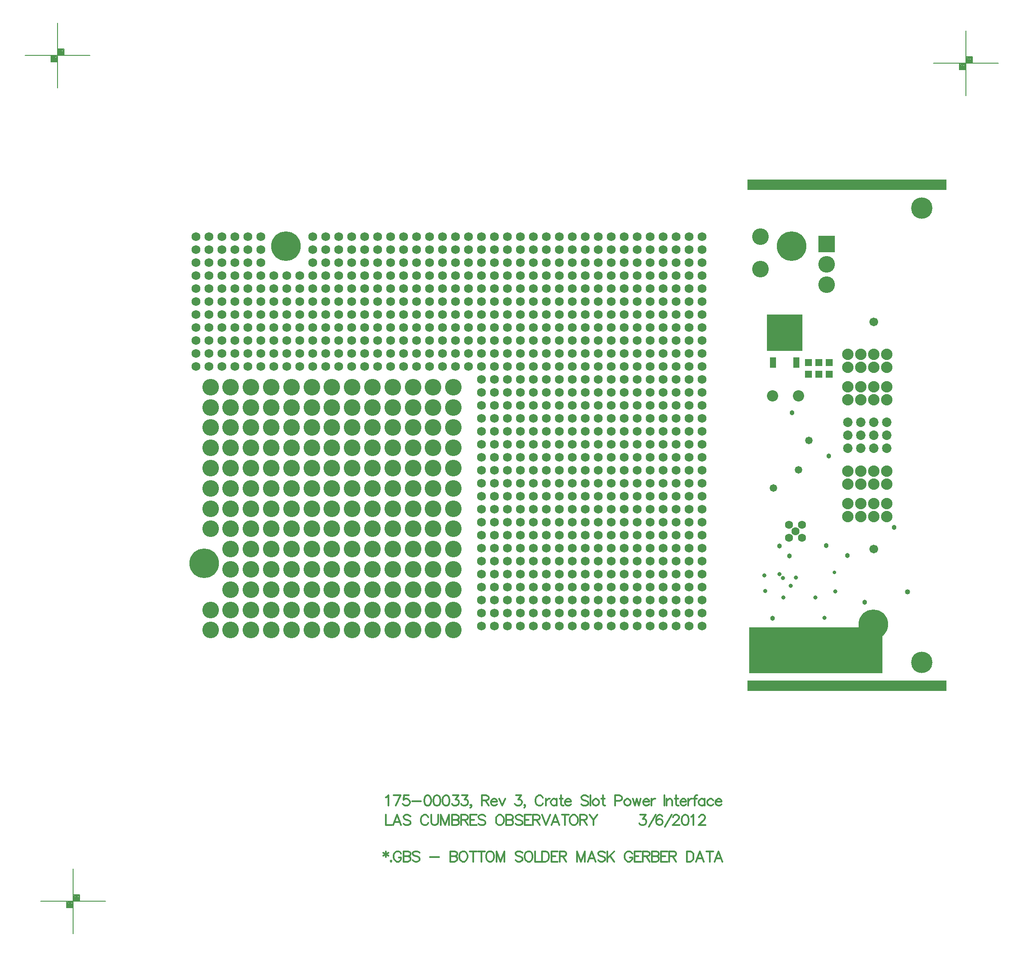
<source format=gbs>
%FSLAX23Y23*%
%MOIN*%
G70*
G01*
G75*
G04 Layer_Color=16711935*
%ADD10R,0.036X0.036*%
%ADD11R,0.050X0.050*%
%ADD12R,0.070X0.135*%
%ADD13R,0.059X0.039*%
%ADD14O,0.014X0.067*%
%ADD15R,0.135X0.070*%
%ADD16O,0.024X0.079*%
%ADD17C,0.010*%
%ADD18C,0.020*%
%ADD19C,0.050*%
%ADD20C,0.040*%
%ADD21C,0.012*%
%ADD22R,1.537X0.079*%
%ADD23R,0.221X0.226*%
%ADD24R,0.221X0.236*%
%ADD25C,0.008*%
%ADD26C,0.012*%
%ADD27C,0.012*%
%ADD28C,0.220*%
%ADD29C,0.120*%
%ADD30C,0.060*%
%ADD31R,0.120X0.120*%
%ADD32C,0.055*%
%ADD33C,0.080*%
%ADD34C,0.065*%
%ADD35C,0.059*%
%ADD36C,0.079*%
%ADD37C,0.157*%
%ADD38C,0.020*%
%ADD39C,0.030*%
%ADD40C,0.050*%
%ADD41C,0.024*%
%ADD42C,0.032*%
%ADD43C,0.206*%
%ADD44C,0.110*%
%ADD45C,0.076*%
%ADD46C,0.073*%
%ADD47C,0.092*%
%ADD48C,0.190*%
%ADD49C,0.087*%
%ADD50C,0.055*%
%ADD51C,0.068*%
%ADD52R,0.268X0.272*%
%ADD53R,0.037X0.075*%
%ADD54C,0.007*%
%ADD55R,0.221X0.246*%
%ADD56R,0.221X0.217*%
%ADD57C,0.010*%
%ADD58C,0.010*%
%ADD59C,0.024*%
%ADD60C,0.005*%
%ADD61C,0.039*%
%ADD62C,0.006*%
%ADD63C,0.007*%
%ADD64C,0.008*%
%ADD65R,0.239X0.139*%
%ADD66R,1.535X0.079*%
%ADD67R,0.044X0.044*%
%ADD68R,0.058X0.058*%
%ADD69R,0.078X0.143*%
%ADD70R,0.067X0.047*%
%ADD71O,0.022X0.075*%
%ADD72R,0.143X0.078*%
%ADD73O,0.032X0.087*%
%ADD74C,0.228*%
%ADD75C,0.128*%
%ADD76R,0.128X0.128*%
%ADD77C,0.063*%
%ADD78C,0.088*%
%ADD79C,0.073*%
%ADD80C,0.067*%
%ADD81C,0.087*%
%ADD82C,0.165*%
%ADD83C,0.028*%
%ADD84C,0.038*%
%ADD85C,0.058*%
%ADD86C,0.040*%
%ADD87R,1.028X0.354*%
%ADD88R,1.532X0.079*%
%ADD89R,0.276X0.280*%
%ADD90R,0.045X0.083*%
D21*
X22029Y14083D02*
Y14037D01*
X22010Y14072D02*
X22048Y14049D01*
Y14072D02*
X22010Y14049D01*
X22069Y14011D02*
X22065Y14007D01*
X22069Y14003D01*
X22072Y14007D01*
X22069Y14011D01*
X22147Y14064D02*
X22143Y14072D01*
X22136Y14079D01*
X22128Y14083D01*
X22113D01*
X22105Y14079D01*
X22098Y14072D01*
X22094Y14064D01*
X22090Y14053D01*
Y14034D01*
X22094Y14022D01*
X22098Y14015D01*
X22105Y14007D01*
X22113Y14003D01*
X22128D01*
X22136Y14007D01*
X22143Y14015D01*
X22147Y14022D01*
Y14034D01*
X22128D02*
X22147D01*
X22165Y14083D02*
Y14003D01*
Y14083D02*
X22200D01*
X22211Y14079D01*
X22215Y14075D01*
X22219Y14068D01*
Y14060D01*
X22215Y14053D01*
X22211Y14049D01*
X22200Y14045D01*
X22165D02*
X22200D01*
X22211Y14041D01*
X22215Y14037D01*
X22219Y14030D01*
Y14018D01*
X22215Y14011D01*
X22211Y14007D01*
X22200Y14003D01*
X22165D01*
X22290Y14072D02*
X22282Y14079D01*
X22271Y14083D01*
X22256D01*
X22244Y14079D01*
X22237Y14072D01*
Y14064D01*
X22240Y14056D01*
X22244Y14053D01*
X22252Y14049D01*
X22275Y14041D01*
X22282Y14037D01*
X22286Y14034D01*
X22290Y14026D01*
Y14015D01*
X22282Y14007D01*
X22271Y14003D01*
X22256D01*
X22244Y14007D01*
X22237Y14015D01*
X22371Y14037D02*
X22439D01*
X22526Y14083D02*
Y14003D01*
Y14083D02*
X22560D01*
X22571Y14079D01*
X22575Y14075D01*
X22579Y14068D01*
Y14060D01*
X22575Y14053D01*
X22571Y14049D01*
X22560Y14045D01*
X22526D02*
X22560D01*
X22571Y14041D01*
X22575Y14037D01*
X22579Y14030D01*
Y14018D01*
X22575Y14011D01*
X22571Y14007D01*
X22560Y14003D01*
X22526D01*
X22620Y14083D02*
X22612Y14079D01*
X22604Y14072D01*
X22601Y14064D01*
X22597Y14053D01*
Y14034D01*
X22601Y14022D01*
X22604Y14015D01*
X22612Y14007D01*
X22620Y14003D01*
X22635D01*
X22643Y14007D01*
X22650Y14015D01*
X22654Y14022D01*
X22658Y14034D01*
Y14053D01*
X22654Y14064D01*
X22650Y14072D01*
X22643Y14079D01*
X22635Y14083D01*
X22620D01*
X22703D02*
Y14003D01*
X22676Y14083D02*
X22730D01*
X22766D02*
Y14003D01*
X22739Y14083D02*
X22793D01*
X22825D02*
X22817Y14079D01*
X22810Y14072D01*
X22806Y14064D01*
X22802Y14053D01*
Y14034D01*
X22806Y14022D01*
X22810Y14015D01*
X22817Y14007D01*
X22825Y14003D01*
X22840D01*
X22848Y14007D01*
X22855Y14015D01*
X22859Y14022D01*
X22863Y14034D01*
Y14053D01*
X22859Y14064D01*
X22855Y14072D01*
X22848Y14079D01*
X22840Y14083D01*
X22825D01*
X22882D02*
Y14003D01*
Y14083D02*
X22912Y14003D01*
X22943Y14083D02*
X22912Y14003D01*
X22943Y14083D02*
Y14003D01*
X23082Y14072D02*
X23074Y14079D01*
X23063Y14083D01*
X23047D01*
X23036Y14079D01*
X23028Y14072D01*
Y14064D01*
X23032Y14056D01*
X23036Y14053D01*
X23044Y14049D01*
X23066Y14041D01*
X23074Y14037D01*
X23078Y14034D01*
X23082Y14026D01*
Y14015D01*
X23074Y14007D01*
X23063Y14003D01*
X23047D01*
X23036Y14007D01*
X23028Y14015D01*
X23122Y14083D02*
X23115Y14079D01*
X23107Y14072D01*
X23103Y14064D01*
X23100Y14053D01*
Y14034D01*
X23103Y14022D01*
X23107Y14015D01*
X23115Y14007D01*
X23122Y14003D01*
X23138D01*
X23145Y14007D01*
X23153Y14015D01*
X23157Y14022D01*
X23161Y14034D01*
Y14053D01*
X23157Y14064D01*
X23153Y14072D01*
X23145Y14079D01*
X23138Y14083D01*
X23122D01*
X23179D02*
Y14003D01*
X23225D01*
X23234Y14083D02*
Y14003D01*
Y14083D02*
X23260D01*
X23272Y14079D01*
X23279Y14072D01*
X23283Y14064D01*
X23287Y14053D01*
Y14034D01*
X23283Y14022D01*
X23279Y14015D01*
X23272Y14007D01*
X23260Y14003D01*
X23234D01*
X23354Y14083D02*
X23305D01*
Y14003D01*
X23354D01*
X23305Y14045D02*
X23335D01*
X23368Y14083D02*
Y14003D01*
Y14083D02*
X23402D01*
X23413Y14079D01*
X23417Y14075D01*
X23421Y14068D01*
Y14060D01*
X23417Y14053D01*
X23413Y14049D01*
X23402Y14045D01*
X23368D01*
X23394D02*
X23421Y14003D01*
X23502Y14083D02*
Y14003D01*
Y14083D02*
X23532Y14003D01*
X23563Y14083D02*
X23532Y14003D01*
X23563Y14083D02*
Y14003D01*
X23647D02*
X23616Y14083D01*
X23586Y14003D01*
X23597Y14030D02*
X23635D01*
X23719Y14072D02*
X23711Y14079D01*
X23699Y14083D01*
X23684D01*
X23673Y14079D01*
X23665Y14072D01*
Y14064D01*
X23669Y14056D01*
X23673Y14053D01*
X23680Y14049D01*
X23703Y14041D01*
X23711Y14037D01*
X23715Y14034D01*
X23719Y14026D01*
Y14015D01*
X23711Y14007D01*
X23699Y14003D01*
X23684D01*
X23673Y14007D01*
X23665Y14015D01*
X23736Y14083D02*
Y14003D01*
X23790Y14083D02*
X23736Y14030D01*
X23755Y14049D02*
X23790Y14003D01*
X23928Y14064D02*
X23924Y14072D01*
X23916Y14079D01*
X23909Y14083D01*
X23893D01*
X23886Y14079D01*
X23878Y14072D01*
X23874Y14064D01*
X23870Y14053D01*
Y14034D01*
X23874Y14022D01*
X23878Y14015D01*
X23886Y14007D01*
X23893Y14003D01*
X23909D01*
X23916Y14007D01*
X23924Y14015D01*
X23928Y14022D01*
Y14034D01*
X23909D02*
X23928D01*
X23995Y14083D02*
X23946D01*
Y14003D01*
X23995D01*
X23946Y14045D02*
X23976D01*
X24009Y14083D02*
Y14003D01*
Y14083D02*
X24043D01*
X24054Y14079D01*
X24058Y14075D01*
X24062Y14068D01*
Y14060D01*
X24058Y14053D01*
X24054Y14049D01*
X24043Y14045D01*
X24009D01*
X24035D02*
X24062Y14003D01*
X24080Y14083D02*
Y14003D01*
Y14083D02*
X24114D01*
X24126Y14079D01*
X24129Y14075D01*
X24133Y14068D01*
Y14060D01*
X24129Y14053D01*
X24126Y14049D01*
X24114Y14045D01*
X24080D02*
X24114D01*
X24126Y14041D01*
X24129Y14037D01*
X24133Y14030D01*
Y14018D01*
X24129Y14011D01*
X24126Y14007D01*
X24114Y14003D01*
X24080D01*
X24201Y14083D02*
X24151D01*
Y14003D01*
X24201D01*
X24151Y14045D02*
X24182D01*
X24214Y14083D02*
Y14003D01*
Y14083D02*
X24248D01*
X24260Y14079D01*
X24264Y14075D01*
X24267Y14068D01*
Y14060D01*
X24264Y14053D01*
X24260Y14049D01*
X24248Y14045D01*
X24214D01*
X24241D02*
X24267Y14003D01*
X24348Y14083D02*
Y14003D01*
Y14083D02*
X24375D01*
X24386Y14079D01*
X24394Y14072D01*
X24398Y14064D01*
X24401Y14053D01*
Y14034D01*
X24398Y14022D01*
X24394Y14015D01*
X24386Y14007D01*
X24375Y14003D01*
X24348D01*
X24480D02*
X24450Y14083D01*
X24419Y14003D01*
X24431Y14030D02*
X24469D01*
X24526Y14083D02*
Y14003D01*
X24499Y14083D02*
X24552D01*
X24623Y14003D02*
X24592Y14083D01*
X24562Y14003D01*
X24573Y14030D02*
X24611D01*
D25*
X19518Y20239D02*
X19528D01*
Y20234D02*
Y20244D01*
X19518Y20234D02*
X19528D01*
X19518D02*
Y20244D01*
X19528D01*
X19533Y20229D02*
Y20244D01*
X19513Y20229D02*
X19533D01*
X19513D02*
Y20249D01*
X19533D01*
X19538Y20224D02*
Y20249D01*
X19508Y20224D02*
X19538D01*
X19508D02*
Y20254D01*
X19538D01*
X19543Y20219D02*
Y20259D01*
X19503Y20219D02*
X19543D01*
X19503D02*
Y20259D01*
X19543D01*
X19468Y20189D02*
X19478D01*
Y20184D02*
Y20194D01*
X19468Y20184D02*
X19478D01*
X19468D02*
Y20194D01*
X19478D01*
X19483Y20179D02*
Y20194D01*
X19463Y20179D02*
X19483D01*
X19463D02*
Y20199D01*
X19483D01*
X19488Y20174D02*
Y20199D01*
X19458Y20174D02*
X19488D01*
X19458D02*
Y20204D01*
X19488D01*
X19493Y20169D02*
Y20209D01*
X19453Y20169D02*
X19493D01*
X19453D02*
Y20209D01*
X19493D01*
X19448Y20164D02*
X19498D01*
X19448D02*
Y20214D01*
X19498Y20264D02*
X19548D01*
Y20214D02*
Y20264D01*
X19498Y19964D02*
Y20464D01*
X19248Y20214D02*
X19748D01*
X19641Y13723D02*
X19651D01*
Y13718D02*
Y13728D01*
X19641Y13718D02*
X19651D01*
X19641D02*
Y13728D01*
X19651D01*
X19656Y13713D02*
Y13728D01*
X19636Y13713D02*
X19656D01*
X19636D02*
Y13733D01*
X19656D01*
X19661Y13708D02*
Y13733D01*
X19631Y13708D02*
X19661D01*
X19631D02*
Y13738D01*
X19661D01*
X19666Y13703D02*
Y13743D01*
X19626Y13703D02*
X19666D01*
X19626D02*
Y13743D01*
X19666D01*
X19591Y13673D02*
X19601D01*
Y13668D02*
Y13678D01*
X19591Y13668D02*
X19601D01*
X19591D02*
Y13678D01*
X19601D01*
X19606Y13663D02*
Y13678D01*
X19586Y13663D02*
X19606D01*
X19586D02*
Y13683D01*
X19606D01*
X19611Y13658D02*
Y13683D01*
X19581Y13658D02*
X19611D01*
X19581D02*
Y13688D01*
X19611D01*
X19616Y13653D02*
Y13693D01*
X19576Y13653D02*
X19616D01*
X19576D02*
Y13693D01*
X19616D01*
X19571Y13648D02*
X19621D01*
X19571D02*
Y13698D01*
X19621Y13748D02*
X19671D01*
Y13698D02*
Y13748D01*
X19621Y13448D02*
Y13948D01*
X19371Y13698D02*
X19871D01*
X26519Y20181D02*
X26529D01*
Y20176D02*
Y20186D01*
X26519Y20176D02*
X26529D01*
X26519D02*
Y20186D01*
X26529D01*
X26534Y20171D02*
Y20186D01*
X26514Y20171D02*
X26534D01*
X26514D02*
Y20191D01*
X26534D01*
X26539Y20166D02*
Y20191D01*
X26509Y20166D02*
X26539D01*
X26509D02*
Y20196D01*
X26539D01*
X26544Y20161D02*
Y20201D01*
X26504Y20161D02*
X26544D01*
X26504D02*
Y20201D01*
X26544D01*
X26469Y20131D02*
X26479D01*
Y20126D02*
Y20136D01*
X26469Y20126D02*
X26479D01*
X26469D02*
Y20136D01*
X26479D01*
X26484Y20121D02*
Y20136D01*
X26464Y20121D02*
X26484D01*
X26464D02*
Y20141D01*
X26484D01*
X26489Y20116D02*
Y20141D01*
X26459Y20116D02*
X26489D01*
X26459D02*
Y20146D01*
X26489D01*
X26494Y20111D02*
Y20151D01*
X26454Y20111D02*
X26494D01*
X26454D02*
Y20151D01*
X26494D01*
X26449Y20106D02*
X26499D01*
X26449D02*
Y20156D01*
X26499Y20206D02*
X26549D01*
Y20156D02*
Y20206D01*
X26499Y19906D02*
Y20406D01*
X26249Y20156D02*
X26749D01*
D26*
X22031Y14364D02*
Y14284D01*
X22077D01*
X22147D02*
X22116Y14364D01*
X22086Y14284D01*
X22097Y14310D02*
X22135D01*
X22219Y14352D02*
X22211Y14360D01*
X22200Y14364D01*
X22184D01*
X22173Y14360D01*
X22165Y14352D01*
Y14345D01*
X22169Y14337D01*
X22173Y14333D01*
X22181Y14329D01*
X22204Y14322D01*
X22211Y14318D01*
X22215Y14314D01*
X22219Y14307D01*
Y14295D01*
X22211Y14287D01*
X22200Y14284D01*
X22184D01*
X22173Y14287D01*
X22165Y14295D01*
X22357Y14345D02*
X22353Y14352D01*
X22345Y14360D01*
X22338Y14364D01*
X22322D01*
X22315Y14360D01*
X22307Y14352D01*
X22303Y14345D01*
X22299Y14333D01*
Y14314D01*
X22303Y14303D01*
X22307Y14295D01*
X22315Y14287D01*
X22322Y14284D01*
X22338D01*
X22345Y14287D01*
X22353Y14295D01*
X22357Y14303D01*
X22379Y14364D02*
Y14307D01*
X22383Y14295D01*
X22391Y14287D01*
X22402Y14284D01*
X22410D01*
X22421Y14287D01*
X22429Y14295D01*
X22432Y14307D01*
Y14364D01*
X22454D02*
Y14284D01*
Y14364D02*
X22485Y14284D01*
X22515Y14364D02*
X22485Y14284D01*
X22515Y14364D02*
Y14284D01*
X22538Y14364D02*
Y14284D01*
Y14364D02*
X22573D01*
X22584Y14360D01*
X22588Y14356D01*
X22592Y14348D01*
Y14341D01*
X22588Y14333D01*
X22584Y14329D01*
X22573Y14326D01*
X22538D02*
X22573D01*
X22584Y14322D01*
X22588Y14318D01*
X22592Y14310D01*
Y14299D01*
X22588Y14291D01*
X22584Y14287D01*
X22573Y14284D01*
X22538D01*
X22610Y14364D02*
Y14284D01*
Y14364D02*
X22644D01*
X22655Y14360D01*
X22659Y14356D01*
X22663Y14348D01*
Y14341D01*
X22659Y14333D01*
X22655Y14329D01*
X22644Y14326D01*
X22610D01*
X22636D02*
X22663Y14284D01*
X22730Y14364D02*
X22681D01*
Y14284D01*
X22730D01*
X22681Y14326D02*
X22711D01*
X22797Y14352D02*
X22789Y14360D01*
X22778Y14364D01*
X22763D01*
X22751Y14360D01*
X22744Y14352D01*
Y14345D01*
X22747Y14337D01*
X22751Y14333D01*
X22759Y14329D01*
X22782Y14322D01*
X22789Y14318D01*
X22793Y14314D01*
X22797Y14307D01*
Y14295D01*
X22789Y14287D01*
X22778Y14284D01*
X22763D01*
X22751Y14287D01*
X22744Y14295D01*
X22900Y14364D02*
X22893Y14360D01*
X22885Y14352D01*
X22881Y14345D01*
X22878Y14333D01*
Y14314D01*
X22881Y14303D01*
X22885Y14295D01*
X22893Y14287D01*
X22900Y14284D01*
X22916D01*
X22923Y14287D01*
X22931Y14295D01*
X22935Y14303D01*
X22939Y14314D01*
Y14333D01*
X22935Y14345D01*
X22931Y14352D01*
X22923Y14360D01*
X22916Y14364D01*
X22900D01*
X22957D02*
Y14284D01*
Y14364D02*
X22992D01*
X23003Y14360D01*
X23007Y14356D01*
X23011Y14348D01*
Y14341D01*
X23007Y14333D01*
X23003Y14329D01*
X22992Y14326D01*
X22957D02*
X22992D01*
X23003Y14322D01*
X23007Y14318D01*
X23011Y14310D01*
Y14299D01*
X23007Y14291D01*
X23003Y14287D01*
X22992Y14284D01*
X22957D01*
X23082Y14352D02*
X23074Y14360D01*
X23063Y14364D01*
X23048D01*
X23036Y14360D01*
X23028Y14352D01*
Y14345D01*
X23032Y14337D01*
X23036Y14333D01*
X23044Y14329D01*
X23067Y14322D01*
X23074Y14318D01*
X23078Y14314D01*
X23082Y14307D01*
Y14295D01*
X23074Y14287D01*
X23063Y14284D01*
X23048D01*
X23036Y14287D01*
X23028Y14295D01*
X23149Y14364D02*
X23100D01*
Y14284D01*
X23149D01*
X23100Y14326D02*
X23130D01*
X23163Y14364D02*
Y14284D01*
Y14364D02*
X23197D01*
X23208Y14360D01*
X23212Y14356D01*
X23216Y14348D01*
Y14341D01*
X23212Y14333D01*
X23208Y14329D01*
X23197Y14326D01*
X23163D01*
X23189D02*
X23216Y14284D01*
X23234Y14364D02*
X23264Y14284D01*
X23295Y14364D02*
X23264Y14284D01*
X23366D02*
X23335Y14364D01*
X23305Y14284D01*
X23316Y14310D02*
X23354D01*
X23411Y14364D02*
Y14284D01*
X23385Y14364D02*
X23438D01*
X23470D02*
X23463Y14360D01*
X23455Y14352D01*
X23451Y14345D01*
X23447Y14333D01*
Y14314D01*
X23451Y14303D01*
X23455Y14295D01*
X23463Y14287D01*
X23470Y14284D01*
X23486D01*
X23493Y14287D01*
X23501Y14295D01*
X23505Y14303D01*
X23508Y14314D01*
Y14333D01*
X23505Y14345D01*
X23501Y14352D01*
X23493Y14360D01*
X23486Y14364D01*
X23470D01*
X23527D02*
Y14284D01*
Y14364D02*
X23561D01*
X23573Y14360D01*
X23577Y14356D01*
X23580Y14348D01*
Y14341D01*
X23577Y14333D01*
X23573Y14329D01*
X23561Y14326D01*
X23527D01*
X23554D02*
X23580Y14284D01*
X23598Y14364D02*
X23629Y14326D01*
Y14284D01*
X23659Y14364D02*
X23629Y14326D01*
X23991Y14364D02*
X24033D01*
X24010Y14333D01*
X24022D01*
X24029Y14329D01*
X24033Y14326D01*
X24037Y14314D01*
Y14307D01*
X24033Y14295D01*
X24026Y14287D01*
X24014Y14284D01*
X24003D01*
X23991Y14287D01*
X23987Y14291D01*
X23984Y14299D01*
X24055Y14272D02*
X24108Y14364D01*
X24159Y14352D02*
X24155Y14360D01*
X24144Y14364D01*
X24136D01*
X24125Y14360D01*
X24117Y14348D01*
X24114Y14329D01*
Y14310D01*
X24117Y14295D01*
X24125Y14287D01*
X24136Y14284D01*
X24140D01*
X24152Y14287D01*
X24159Y14295D01*
X24163Y14307D01*
Y14310D01*
X24159Y14322D01*
X24152Y14329D01*
X24140Y14333D01*
X24136D01*
X24125Y14329D01*
X24117Y14322D01*
X24114Y14310D01*
X24181Y14272D02*
X24234Y14364D01*
X24243Y14345D02*
Y14348D01*
X24247Y14356D01*
X24251Y14360D01*
X24258Y14364D01*
X24274D01*
X24281Y14360D01*
X24285Y14356D01*
X24289Y14348D01*
Y14341D01*
X24285Y14333D01*
X24277Y14322D01*
X24239Y14284D01*
X24293D01*
X24333Y14364D02*
X24322Y14360D01*
X24314Y14348D01*
X24310Y14329D01*
Y14318D01*
X24314Y14299D01*
X24322Y14287D01*
X24333Y14284D01*
X24341D01*
X24352Y14287D01*
X24360Y14299D01*
X24364Y14318D01*
Y14329D01*
X24360Y14348D01*
X24352Y14360D01*
X24341Y14364D01*
X24333D01*
X24382Y14348D02*
X24389Y14352D01*
X24401Y14364D01*
Y14284D01*
X24444Y14345D02*
Y14348D01*
X24448Y14356D01*
X24452Y14360D01*
X24459Y14364D01*
X24475D01*
X24482Y14360D01*
X24486Y14356D01*
X24490Y14348D01*
Y14341D01*
X24486Y14333D01*
X24478Y14322D01*
X24440Y14284D01*
X24494D01*
D27*
X22031Y14498D02*
X22039Y14502D01*
X22050Y14514D01*
Y14434D01*
X22143Y14514D02*
X22105Y14434D01*
X22090Y14514D02*
X22143D01*
X22207D02*
X22169D01*
X22165Y14479D01*
X22169Y14483D01*
X22180Y14487D01*
X22192D01*
X22203Y14483D01*
X22211Y14476D01*
X22215Y14464D01*
Y14457D01*
X22211Y14445D01*
X22203Y14438D01*
X22192Y14434D01*
X22180D01*
X22169Y14438D01*
X22165Y14441D01*
X22161Y14449D01*
X22232Y14468D02*
X22301D01*
X22347Y14514D02*
X22336Y14510D01*
X22328Y14498D01*
X22325Y14479D01*
Y14468D01*
X22328Y14449D01*
X22336Y14438D01*
X22347Y14434D01*
X22355D01*
X22367Y14438D01*
X22374Y14449D01*
X22378Y14468D01*
Y14479D01*
X22374Y14498D01*
X22367Y14510D01*
X22355Y14514D01*
X22347D01*
X22419D02*
X22407Y14510D01*
X22400Y14498D01*
X22396Y14479D01*
Y14468D01*
X22400Y14449D01*
X22407Y14438D01*
X22419Y14434D01*
X22426D01*
X22438Y14438D01*
X22445Y14449D01*
X22449Y14468D01*
Y14479D01*
X22445Y14498D01*
X22438Y14510D01*
X22426Y14514D01*
X22419D01*
X22490D02*
X22478Y14510D01*
X22471Y14498D01*
X22467Y14479D01*
Y14468D01*
X22471Y14449D01*
X22478Y14438D01*
X22490Y14434D01*
X22498D01*
X22509Y14438D01*
X22517Y14449D01*
X22520Y14468D01*
Y14479D01*
X22517Y14498D01*
X22509Y14510D01*
X22498Y14514D01*
X22490D01*
X22546D02*
X22588D01*
X22565Y14483D01*
X22576D01*
X22584Y14479D01*
X22588Y14476D01*
X22592Y14464D01*
Y14457D01*
X22588Y14445D01*
X22580Y14438D01*
X22569Y14434D01*
X22557D01*
X22546Y14438D01*
X22542Y14441D01*
X22538Y14449D01*
X22617Y14514D02*
X22659D01*
X22636Y14483D01*
X22648D01*
X22655Y14479D01*
X22659Y14476D01*
X22663Y14464D01*
Y14457D01*
X22659Y14445D01*
X22651Y14438D01*
X22640Y14434D01*
X22629D01*
X22617Y14438D01*
X22613Y14441D01*
X22610Y14449D01*
X22688Y14438D02*
X22685Y14434D01*
X22681Y14438D01*
X22685Y14441D01*
X22688Y14438D01*
Y14430D01*
X22685Y14422D01*
X22681Y14418D01*
X22769Y14514D02*
Y14434D01*
Y14514D02*
X22803D01*
X22814Y14510D01*
X22818Y14506D01*
X22822Y14498D01*
Y14491D01*
X22818Y14483D01*
X22814Y14479D01*
X22803Y14476D01*
X22769D01*
X22795D02*
X22822Y14434D01*
X22840Y14464D02*
X22886D01*
Y14472D01*
X22882Y14479D01*
X22878Y14483D01*
X22870Y14487D01*
X22859D01*
X22851Y14483D01*
X22844Y14476D01*
X22840Y14464D01*
Y14457D01*
X22844Y14445D01*
X22851Y14438D01*
X22859Y14434D01*
X22870D01*
X22878Y14438D01*
X22886Y14445D01*
X22903Y14487D02*
X22926Y14434D01*
X22948Y14487D02*
X22926Y14434D01*
X23032Y14514D02*
X23074D01*
X23051Y14483D01*
X23062D01*
X23070Y14479D01*
X23074Y14476D01*
X23078Y14464D01*
Y14457D01*
X23074Y14445D01*
X23066Y14438D01*
X23055Y14434D01*
X23043D01*
X23032Y14438D01*
X23028Y14441D01*
X23024Y14449D01*
X23103Y14438D02*
X23099Y14434D01*
X23095Y14438D01*
X23099Y14441D01*
X23103Y14438D01*
Y14430D01*
X23099Y14422D01*
X23095Y14418D01*
X23241Y14495D02*
X23237Y14502D01*
X23229Y14510D01*
X23222Y14514D01*
X23206D01*
X23199Y14510D01*
X23191Y14502D01*
X23187Y14495D01*
X23183Y14483D01*
Y14464D01*
X23187Y14453D01*
X23191Y14445D01*
X23199Y14438D01*
X23206Y14434D01*
X23222D01*
X23229Y14438D01*
X23237Y14445D01*
X23241Y14453D01*
X23263Y14487D02*
Y14434D01*
Y14464D02*
X23267Y14476D01*
X23275Y14483D01*
X23282Y14487D01*
X23294D01*
X23346D02*
Y14434D01*
Y14476D02*
X23339Y14483D01*
X23331Y14487D01*
X23320D01*
X23312Y14483D01*
X23305Y14476D01*
X23301Y14464D01*
Y14457D01*
X23305Y14445D01*
X23312Y14438D01*
X23320Y14434D01*
X23331D01*
X23339Y14438D01*
X23346Y14445D01*
X23379Y14514D02*
Y14449D01*
X23383Y14438D01*
X23391Y14434D01*
X23398D01*
X23368Y14487D02*
X23394D01*
X23410Y14464D02*
X23455D01*
Y14472D01*
X23452Y14479D01*
X23448Y14483D01*
X23440Y14487D01*
X23429D01*
X23421Y14483D01*
X23414Y14476D01*
X23410Y14464D01*
Y14457D01*
X23414Y14445D01*
X23421Y14438D01*
X23429Y14434D01*
X23440D01*
X23448Y14438D01*
X23455Y14445D01*
X23589Y14502D02*
X23581Y14510D01*
X23570Y14514D01*
X23554D01*
X23543Y14510D01*
X23535Y14502D01*
Y14495D01*
X23539Y14487D01*
X23543Y14483D01*
X23551Y14479D01*
X23573Y14472D01*
X23581Y14468D01*
X23585Y14464D01*
X23589Y14457D01*
Y14445D01*
X23581Y14438D01*
X23570Y14434D01*
X23554D01*
X23543Y14438D01*
X23535Y14445D01*
X23607Y14514D02*
Y14434D01*
X23642Y14487D02*
X23635Y14483D01*
X23627Y14476D01*
X23623Y14464D01*
Y14457D01*
X23627Y14445D01*
X23635Y14438D01*
X23642Y14434D01*
X23654D01*
X23661Y14438D01*
X23669Y14445D01*
X23673Y14457D01*
Y14464D01*
X23669Y14476D01*
X23661Y14483D01*
X23654Y14487D01*
X23642D01*
X23702Y14514D02*
Y14449D01*
X23706Y14438D01*
X23713Y14434D01*
X23721D01*
X23690Y14487D02*
X23717D01*
X23795Y14472D02*
X23829D01*
X23841Y14476D01*
X23845Y14479D01*
X23848Y14487D01*
Y14498D01*
X23845Y14506D01*
X23841Y14510D01*
X23829Y14514D01*
X23795D01*
Y14434D01*
X23885Y14487D02*
X23878Y14483D01*
X23870Y14476D01*
X23866Y14464D01*
Y14457D01*
X23870Y14445D01*
X23878Y14438D01*
X23885Y14434D01*
X23897D01*
X23904Y14438D01*
X23912Y14445D01*
X23916Y14457D01*
Y14464D01*
X23912Y14476D01*
X23904Y14483D01*
X23897Y14487D01*
X23885D01*
X23933D02*
X23949Y14434D01*
X23964Y14487D02*
X23949Y14434D01*
X23964Y14487D02*
X23979Y14434D01*
X23994Y14487D02*
X23979Y14434D01*
X24013Y14464D02*
X24059D01*
Y14472D01*
X24055Y14479D01*
X24051Y14483D01*
X24043Y14487D01*
X24032D01*
X24024Y14483D01*
X24017Y14476D01*
X24013Y14464D01*
Y14457D01*
X24017Y14445D01*
X24024Y14438D01*
X24032Y14434D01*
X24043D01*
X24051Y14438D01*
X24059Y14445D01*
X24076Y14487D02*
Y14434D01*
Y14464D02*
X24080Y14476D01*
X24087Y14483D01*
X24095Y14487D01*
X24106D01*
X24176Y14514D02*
Y14434D01*
X24193Y14487D02*
Y14434D01*
Y14472D02*
X24205Y14483D01*
X24212Y14487D01*
X24224D01*
X24231Y14483D01*
X24235Y14472D01*
Y14434D01*
X24267Y14514D02*
Y14449D01*
X24271Y14438D01*
X24279Y14434D01*
X24286D01*
X24256Y14487D02*
X24283D01*
X24298Y14464D02*
X24344D01*
Y14472D01*
X24340Y14479D01*
X24336Y14483D01*
X24328Y14487D01*
X24317D01*
X24309Y14483D01*
X24302Y14476D01*
X24298Y14464D01*
Y14457D01*
X24302Y14445D01*
X24309Y14438D01*
X24317Y14434D01*
X24328D01*
X24336Y14438D01*
X24344Y14445D01*
X24361Y14487D02*
Y14434D01*
Y14464D02*
X24365Y14476D01*
X24372Y14483D01*
X24380Y14487D01*
X24391D01*
X24429Y14514D02*
X24421D01*
X24414Y14510D01*
X24410Y14498D01*
Y14434D01*
X24398Y14487D02*
X24425D01*
X24486D02*
Y14434D01*
Y14476D02*
X24478Y14483D01*
X24471Y14487D01*
X24459D01*
X24452Y14483D01*
X24444Y14476D01*
X24440Y14464D01*
Y14457D01*
X24444Y14445D01*
X24452Y14438D01*
X24459Y14434D01*
X24471D01*
X24478Y14438D01*
X24486Y14445D01*
X24553Y14476D02*
X24545Y14483D01*
X24538Y14487D01*
X24526D01*
X24519Y14483D01*
X24511Y14476D01*
X24507Y14464D01*
Y14457D01*
X24511Y14445D01*
X24519Y14438D01*
X24526Y14434D01*
X24538D01*
X24545Y14438D01*
X24553Y14445D01*
X24570Y14464D02*
X24616D01*
Y14472D01*
X24612Y14479D01*
X24608Y14483D01*
X24601Y14487D01*
X24589D01*
X24582Y14483D01*
X24574Y14476D01*
X24570Y14464D01*
Y14457D01*
X24574Y14445D01*
X24582Y14438D01*
X24589Y14434D01*
X24601D01*
X24608Y14438D01*
X24616Y14445D01*
D42*
X25089Y16190D02*
D03*
X25149Y16130D02*
D03*
X25191Y16191D02*
D03*
X25339Y16037D02*
D03*
X25093Y16038D02*
D03*
X25409Y15883D02*
D03*
X25063Y16217D02*
D03*
X25492Y16085D02*
D03*
X24953Y16087D02*
D03*
X24947Y16209D02*
D03*
D51*
X24466Y18819D02*
D03*
Y18719D02*
D03*
Y18619D02*
D03*
Y18519D02*
D03*
X24366Y18819D02*
D03*
Y18719D02*
D03*
Y18619D02*
D03*
Y18519D02*
D03*
X24266Y18819D02*
D03*
Y18719D02*
D03*
Y18619D02*
D03*
Y18519D02*
D03*
X24166Y18819D02*
D03*
Y18719D02*
D03*
Y18619D02*
D03*
Y18519D02*
D03*
X24066Y18819D02*
D03*
Y18719D02*
D03*
Y18619D02*
D03*
Y18519D02*
D03*
X23966D02*
D03*
Y18619D02*
D03*
Y18719D02*
D03*
Y18819D02*
D03*
X24466Y18319D02*
D03*
Y18219D02*
D03*
Y18119D02*
D03*
Y18019D02*
D03*
Y17919D02*
D03*
X24366Y18319D02*
D03*
Y18219D02*
D03*
Y18119D02*
D03*
Y18019D02*
D03*
Y17919D02*
D03*
X24266Y18319D02*
D03*
Y18219D02*
D03*
Y18119D02*
D03*
Y18019D02*
D03*
Y17919D02*
D03*
X24166Y18319D02*
D03*
Y18219D02*
D03*
Y18119D02*
D03*
Y18019D02*
D03*
Y17919D02*
D03*
X24066Y18319D02*
D03*
Y18219D02*
D03*
Y18119D02*
D03*
Y18019D02*
D03*
Y17919D02*
D03*
X23966D02*
D03*
Y18019D02*
D03*
Y18119D02*
D03*
Y18219D02*
D03*
Y18319D02*
D03*
X24466Y18419D02*
D03*
X24366D02*
D03*
X24266D02*
D03*
X24166D02*
D03*
X24066D02*
D03*
X23966D02*
D03*
X23366D02*
D03*
X23466D02*
D03*
X23566D02*
D03*
X23666D02*
D03*
X23766D02*
D03*
X23866D02*
D03*
X23366Y18319D02*
D03*
Y18219D02*
D03*
Y18119D02*
D03*
Y18019D02*
D03*
Y17919D02*
D03*
X23466D02*
D03*
Y18019D02*
D03*
Y18119D02*
D03*
Y18219D02*
D03*
Y18319D02*
D03*
X23566Y17919D02*
D03*
Y18019D02*
D03*
Y18119D02*
D03*
Y18219D02*
D03*
Y18319D02*
D03*
X23666Y17919D02*
D03*
Y18019D02*
D03*
Y18119D02*
D03*
Y18219D02*
D03*
Y18319D02*
D03*
X23766Y17919D02*
D03*
Y18019D02*
D03*
Y18119D02*
D03*
Y18219D02*
D03*
Y18319D02*
D03*
X23866Y17919D02*
D03*
Y18019D02*
D03*
Y18119D02*
D03*
Y18219D02*
D03*
Y18319D02*
D03*
X23366Y18819D02*
D03*
Y18719D02*
D03*
Y18619D02*
D03*
Y18519D02*
D03*
X23466D02*
D03*
Y18619D02*
D03*
Y18719D02*
D03*
Y18819D02*
D03*
X23566Y18519D02*
D03*
Y18619D02*
D03*
Y18719D02*
D03*
Y18819D02*
D03*
X23666Y18519D02*
D03*
Y18619D02*
D03*
Y18719D02*
D03*
Y18819D02*
D03*
X23766Y18519D02*
D03*
Y18619D02*
D03*
Y18719D02*
D03*
Y18819D02*
D03*
X23866Y18519D02*
D03*
Y18619D02*
D03*
Y18719D02*
D03*
Y18819D02*
D03*
X22766Y18419D02*
D03*
X22866D02*
D03*
X22966D02*
D03*
X23066D02*
D03*
X23166D02*
D03*
X23266D02*
D03*
X22766Y18319D02*
D03*
Y18219D02*
D03*
Y18119D02*
D03*
Y18019D02*
D03*
Y17919D02*
D03*
X22866D02*
D03*
Y18019D02*
D03*
Y18119D02*
D03*
Y18219D02*
D03*
Y18319D02*
D03*
X22966Y17919D02*
D03*
Y18019D02*
D03*
Y18119D02*
D03*
Y18219D02*
D03*
Y18319D02*
D03*
X23066Y17919D02*
D03*
Y18019D02*
D03*
Y18119D02*
D03*
Y18219D02*
D03*
Y18319D02*
D03*
X23166Y17919D02*
D03*
Y18019D02*
D03*
Y18119D02*
D03*
Y18219D02*
D03*
Y18319D02*
D03*
X23266Y17919D02*
D03*
Y18019D02*
D03*
Y18119D02*
D03*
Y18219D02*
D03*
Y18319D02*
D03*
X22766Y18819D02*
D03*
Y18719D02*
D03*
Y18619D02*
D03*
Y18519D02*
D03*
X22866D02*
D03*
Y18619D02*
D03*
Y18719D02*
D03*
Y18819D02*
D03*
X22966Y18519D02*
D03*
Y18619D02*
D03*
Y18719D02*
D03*
Y18819D02*
D03*
X23066Y18519D02*
D03*
Y18619D02*
D03*
Y18719D02*
D03*
Y18819D02*
D03*
X23166Y18519D02*
D03*
Y18619D02*
D03*
Y18719D02*
D03*
Y18819D02*
D03*
X23266Y18519D02*
D03*
Y18619D02*
D03*
Y18719D02*
D03*
Y18819D02*
D03*
X22166Y18419D02*
D03*
X22266D02*
D03*
X22366D02*
D03*
X22466D02*
D03*
X22566D02*
D03*
X22666D02*
D03*
X22166Y18319D02*
D03*
Y18219D02*
D03*
Y18119D02*
D03*
Y18019D02*
D03*
Y17919D02*
D03*
X22266D02*
D03*
Y18019D02*
D03*
Y18119D02*
D03*
Y18219D02*
D03*
Y18319D02*
D03*
X22366Y17919D02*
D03*
Y18019D02*
D03*
Y18119D02*
D03*
Y18219D02*
D03*
Y18319D02*
D03*
X22466Y17919D02*
D03*
Y18019D02*
D03*
Y18119D02*
D03*
Y18219D02*
D03*
Y18319D02*
D03*
X22566Y17919D02*
D03*
Y18019D02*
D03*
Y18119D02*
D03*
Y18219D02*
D03*
Y18319D02*
D03*
X22666Y17919D02*
D03*
Y18019D02*
D03*
Y18119D02*
D03*
Y18219D02*
D03*
Y18319D02*
D03*
X22166Y18819D02*
D03*
Y18719D02*
D03*
Y18619D02*
D03*
Y18519D02*
D03*
X22266D02*
D03*
Y18619D02*
D03*
Y18719D02*
D03*
Y18819D02*
D03*
X22366Y18519D02*
D03*
Y18619D02*
D03*
Y18719D02*
D03*
Y18819D02*
D03*
X22466Y18519D02*
D03*
Y18619D02*
D03*
Y18719D02*
D03*
Y18819D02*
D03*
X22566Y18519D02*
D03*
Y18619D02*
D03*
Y18719D02*
D03*
Y18819D02*
D03*
X22666Y18519D02*
D03*
Y18619D02*
D03*
Y18719D02*
D03*
Y18819D02*
D03*
Y17819D02*
D03*
X22566D02*
D03*
X22466D02*
D03*
X22366D02*
D03*
X22266D02*
D03*
X22166D02*
D03*
X23266D02*
D03*
X23166D02*
D03*
X23066D02*
D03*
X22966D02*
D03*
X22866D02*
D03*
X22766D02*
D03*
X23866D02*
D03*
X23766D02*
D03*
X23666D02*
D03*
X23566D02*
D03*
X23466D02*
D03*
X23366D02*
D03*
X23966D02*
D03*
X24066D02*
D03*
X24166D02*
D03*
X24266D02*
D03*
X24366D02*
D03*
X24466D02*
D03*
Y16519D02*
D03*
X24366D02*
D03*
X24266D02*
D03*
X24166D02*
D03*
X24066D02*
D03*
X23966D02*
D03*
X23366D02*
D03*
X23466D02*
D03*
X23566D02*
D03*
X23666D02*
D03*
X23766D02*
D03*
X23866D02*
D03*
X22766D02*
D03*
X22866D02*
D03*
X22966D02*
D03*
X23066D02*
D03*
X23166D02*
D03*
X23266D02*
D03*
Y17619D02*
D03*
Y17519D02*
D03*
Y17419D02*
D03*
Y17319D02*
D03*
Y17219D02*
D03*
X23166Y17619D02*
D03*
Y17519D02*
D03*
Y17419D02*
D03*
Y17319D02*
D03*
Y17219D02*
D03*
X23066Y17619D02*
D03*
Y17519D02*
D03*
Y17419D02*
D03*
Y17319D02*
D03*
Y17219D02*
D03*
X22966Y17619D02*
D03*
Y17519D02*
D03*
Y17419D02*
D03*
Y17319D02*
D03*
Y17219D02*
D03*
X22866Y17619D02*
D03*
Y17519D02*
D03*
Y17419D02*
D03*
Y17319D02*
D03*
Y17219D02*
D03*
X22766D02*
D03*
Y17319D02*
D03*
Y17419D02*
D03*
Y17519D02*
D03*
Y17619D02*
D03*
X23266Y17719D02*
D03*
X23166D02*
D03*
X23066D02*
D03*
X22966D02*
D03*
X22866D02*
D03*
X22766D02*
D03*
X23266Y17019D02*
D03*
Y16919D02*
D03*
Y16819D02*
D03*
Y16719D02*
D03*
Y16619D02*
D03*
X23166Y17019D02*
D03*
Y16919D02*
D03*
Y16819D02*
D03*
Y16719D02*
D03*
Y16619D02*
D03*
X23066Y17019D02*
D03*
Y16919D02*
D03*
Y16819D02*
D03*
Y16719D02*
D03*
Y16619D02*
D03*
X22966Y17019D02*
D03*
Y16919D02*
D03*
Y16819D02*
D03*
Y16719D02*
D03*
Y16619D02*
D03*
X22866Y17019D02*
D03*
Y16919D02*
D03*
Y16819D02*
D03*
Y16719D02*
D03*
Y16619D02*
D03*
X22766D02*
D03*
Y16719D02*
D03*
Y16819D02*
D03*
Y16919D02*
D03*
Y17019D02*
D03*
X23266Y17119D02*
D03*
X23166D02*
D03*
X23066D02*
D03*
X22966D02*
D03*
X22866D02*
D03*
X22766D02*
D03*
X23866Y17619D02*
D03*
Y17519D02*
D03*
Y17419D02*
D03*
Y17319D02*
D03*
Y17219D02*
D03*
X23766Y17619D02*
D03*
Y17519D02*
D03*
Y17419D02*
D03*
Y17319D02*
D03*
Y17219D02*
D03*
X23666Y17619D02*
D03*
Y17519D02*
D03*
Y17419D02*
D03*
Y17319D02*
D03*
Y17219D02*
D03*
X23566Y17619D02*
D03*
Y17519D02*
D03*
Y17419D02*
D03*
Y17319D02*
D03*
Y17219D02*
D03*
X23466Y17619D02*
D03*
Y17519D02*
D03*
Y17419D02*
D03*
Y17319D02*
D03*
Y17219D02*
D03*
X23366D02*
D03*
Y17319D02*
D03*
Y17419D02*
D03*
Y17519D02*
D03*
Y17619D02*
D03*
X23866Y17719D02*
D03*
X23766D02*
D03*
X23666D02*
D03*
X23566D02*
D03*
X23466D02*
D03*
X23366D02*
D03*
X23866Y17019D02*
D03*
Y16919D02*
D03*
Y16819D02*
D03*
Y16719D02*
D03*
Y16619D02*
D03*
X23766Y17019D02*
D03*
Y16919D02*
D03*
Y16819D02*
D03*
Y16719D02*
D03*
Y16619D02*
D03*
X23666Y17019D02*
D03*
Y16919D02*
D03*
Y16819D02*
D03*
Y16719D02*
D03*
Y16619D02*
D03*
X23566Y17019D02*
D03*
Y16919D02*
D03*
Y16819D02*
D03*
Y16719D02*
D03*
Y16619D02*
D03*
X23466Y17019D02*
D03*
Y16919D02*
D03*
Y16819D02*
D03*
Y16719D02*
D03*
Y16619D02*
D03*
X23366D02*
D03*
Y16719D02*
D03*
Y16819D02*
D03*
Y16919D02*
D03*
Y17019D02*
D03*
X23866Y17119D02*
D03*
X23766D02*
D03*
X23666D02*
D03*
X23566D02*
D03*
X23466D02*
D03*
X23366D02*
D03*
X23966D02*
D03*
X24066D02*
D03*
X24166D02*
D03*
X24266D02*
D03*
X24366D02*
D03*
X24466D02*
D03*
X23966Y17019D02*
D03*
Y16919D02*
D03*
Y16819D02*
D03*
Y16719D02*
D03*
Y16619D02*
D03*
X24066D02*
D03*
Y16719D02*
D03*
Y16819D02*
D03*
Y16919D02*
D03*
Y17019D02*
D03*
X24166Y16619D02*
D03*
Y16719D02*
D03*
Y16819D02*
D03*
Y16919D02*
D03*
Y17019D02*
D03*
X24266Y16619D02*
D03*
Y16719D02*
D03*
Y16819D02*
D03*
Y16919D02*
D03*
Y17019D02*
D03*
X24366Y16619D02*
D03*
Y16719D02*
D03*
Y16819D02*
D03*
Y16919D02*
D03*
Y17019D02*
D03*
X24466Y16619D02*
D03*
Y16719D02*
D03*
Y16819D02*
D03*
Y16919D02*
D03*
Y17019D02*
D03*
X23966Y17719D02*
D03*
X24066D02*
D03*
X24166D02*
D03*
X24266D02*
D03*
X24366D02*
D03*
X24466D02*
D03*
X23966Y17619D02*
D03*
Y17519D02*
D03*
Y17419D02*
D03*
Y17319D02*
D03*
Y17219D02*
D03*
X24066D02*
D03*
Y17319D02*
D03*
Y17419D02*
D03*
Y17519D02*
D03*
Y17619D02*
D03*
X24166Y17219D02*
D03*
Y17319D02*
D03*
Y17419D02*
D03*
Y17519D02*
D03*
Y17619D02*
D03*
X24266Y17219D02*
D03*
Y17319D02*
D03*
Y17419D02*
D03*
Y17519D02*
D03*
Y17619D02*
D03*
X24366Y17219D02*
D03*
Y17319D02*
D03*
Y17419D02*
D03*
Y17519D02*
D03*
Y17619D02*
D03*
X24466Y17219D02*
D03*
Y17319D02*
D03*
Y17419D02*
D03*
Y17519D02*
D03*
Y17619D02*
D03*
X23266Y16319D02*
D03*
Y16219D02*
D03*
Y16119D02*
D03*
Y16019D02*
D03*
Y15919D02*
D03*
X23166Y16319D02*
D03*
Y16219D02*
D03*
Y16119D02*
D03*
Y16019D02*
D03*
Y15919D02*
D03*
X23066Y16319D02*
D03*
Y16219D02*
D03*
Y16119D02*
D03*
Y16019D02*
D03*
Y15919D02*
D03*
X22966Y16319D02*
D03*
Y16219D02*
D03*
Y16119D02*
D03*
Y16019D02*
D03*
Y15919D02*
D03*
X22866Y16319D02*
D03*
Y16219D02*
D03*
Y16119D02*
D03*
Y16019D02*
D03*
Y15919D02*
D03*
X22766D02*
D03*
Y16019D02*
D03*
Y16119D02*
D03*
Y16219D02*
D03*
Y16319D02*
D03*
X23266Y16419D02*
D03*
X23166D02*
D03*
X23066D02*
D03*
X22966D02*
D03*
X22866D02*
D03*
X22766D02*
D03*
X23266Y15819D02*
D03*
X23166D02*
D03*
X23066D02*
D03*
X22966D02*
D03*
X22866D02*
D03*
X22766D02*
D03*
X23866Y16319D02*
D03*
Y16219D02*
D03*
Y16119D02*
D03*
Y16019D02*
D03*
Y15919D02*
D03*
X23766Y16319D02*
D03*
Y16219D02*
D03*
Y16119D02*
D03*
Y16019D02*
D03*
Y15919D02*
D03*
X23666Y16319D02*
D03*
Y16219D02*
D03*
Y16119D02*
D03*
Y16019D02*
D03*
Y15919D02*
D03*
X23566Y16319D02*
D03*
Y16219D02*
D03*
Y16119D02*
D03*
Y16019D02*
D03*
Y15919D02*
D03*
X23466Y16319D02*
D03*
Y16219D02*
D03*
Y16119D02*
D03*
Y16019D02*
D03*
Y15919D02*
D03*
X23366D02*
D03*
Y16019D02*
D03*
Y16119D02*
D03*
Y16219D02*
D03*
Y16319D02*
D03*
X23866Y16419D02*
D03*
X23766D02*
D03*
X23666D02*
D03*
X23566D02*
D03*
X23466D02*
D03*
X23366D02*
D03*
X23866Y15819D02*
D03*
X23766D02*
D03*
X23666D02*
D03*
X23566D02*
D03*
X23466D02*
D03*
X23366D02*
D03*
X23966D02*
D03*
X24066D02*
D03*
X24166D02*
D03*
X24266D02*
D03*
X24366D02*
D03*
X24466D02*
D03*
X23966Y16419D02*
D03*
X24066D02*
D03*
X24166D02*
D03*
X24266D02*
D03*
X24366D02*
D03*
X24466D02*
D03*
X23966Y16319D02*
D03*
Y16219D02*
D03*
Y16119D02*
D03*
Y16019D02*
D03*
Y15919D02*
D03*
X24066D02*
D03*
Y16019D02*
D03*
Y16119D02*
D03*
Y16219D02*
D03*
Y16319D02*
D03*
X24166Y15919D02*
D03*
Y16019D02*
D03*
Y16119D02*
D03*
Y16219D02*
D03*
Y16319D02*
D03*
X24266Y15919D02*
D03*
Y16019D02*
D03*
Y16119D02*
D03*
Y16219D02*
D03*
Y16319D02*
D03*
X24366Y15919D02*
D03*
Y16019D02*
D03*
Y16119D02*
D03*
Y16219D02*
D03*
Y16319D02*
D03*
X24466Y15919D02*
D03*
Y16019D02*
D03*
Y16119D02*
D03*
Y16219D02*
D03*
Y16319D02*
D03*
X22066Y17819D02*
D03*
X21966D02*
D03*
X21866D02*
D03*
X21766D02*
D03*
X21666D02*
D03*
X21566D02*
D03*
X20966D02*
D03*
X21066D02*
D03*
X21166D02*
D03*
X21266D02*
D03*
X21366D02*
D03*
X21466D02*
D03*
X20566D02*
D03*
X20666D02*
D03*
X20766D02*
D03*
X20866D02*
D03*
Y18819D02*
D03*
Y18719D02*
D03*
Y18619D02*
D03*
Y18519D02*
D03*
X20766Y18819D02*
D03*
Y18719D02*
D03*
Y18619D02*
D03*
Y18519D02*
D03*
X20666Y18819D02*
D03*
Y18719D02*
D03*
Y18619D02*
D03*
Y18519D02*
D03*
X20566Y18819D02*
D03*
Y18719D02*
D03*
Y18619D02*
D03*
Y18519D02*
D03*
X20866Y18319D02*
D03*
Y18219D02*
D03*
Y18119D02*
D03*
Y18019D02*
D03*
Y17919D02*
D03*
X20766Y18319D02*
D03*
Y18219D02*
D03*
Y18119D02*
D03*
Y18019D02*
D03*
Y17919D02*
D03*
X20666Y18319D02*
D03*
Y18219D02*
D03*
Y18119D02*
D03*
Y18019D02*
D03*
Y17919D02*
D03*
X20566Y18319D02*
D03*
Y18219D02*
D03*
Y18119D02*
D03*
Y18019D02*
D03*
Y17919D02*
D03*
X20866Y18419D02*
D03*
X20766D02*
D03*
X20666D02*
D03*
X20566D02*
D03*
X21466Y18819D02*
D03*
Y18719D02*
D03*
Y18619D02*
D03*
Y18519D02*
D03*
X21366D02*
D03*
X21266D02*
D03*
X21166D02*
D03*
X21066Y18819D02*
D03*
Y18719D02*
D03*
Y18619D02*
D03*
Y18519D02*
D03*
X20966D02*
D03*
Y18619D02*
D03*
Y18719D02*
D03*
Y18819D02*
D03*
X21466Y18319D02*
D03*
Y18219D02*
D03*
Y18119D02*
D03*
Y18019D02*
D03*
Y17919D02*
D03*
X21366Y18319D02*
D03*
Y18219D02*
D03*
Y18119D02*
D03*
Y18019D02*
D03*
Y17919D02*
D03*
X21266Y18319D02*
D03*
Y18219D02*
D03*
Y18119D02*
D03*
Y18019D02*
D03*
Y17919D02*
D03*
X21166Y18319D02*
D03*
Y18219D02*
D03*
Y18119D02*
D03*
Y18019D02*
D03*
Y17919D02*
D03*
X21066Y18319D02*
D03*
Y18219D02*
D03*
Y18119D02*
D03*
Y18019D02*
D03*
Y17919D02*
D03*
X20966D02*
D03*
Y18019D02*
D03*
Y18119D02*
D03*
Y18219D02*
D03*
Y18319D02*
D03*
X21466Y18419D02*
D03*
X21366D02*
D03*
X21266D02*
D03*
X21166D02*
D03*
X21066D02*
D03*
X20966D02*
D03*
X21566D02*
D03*
X21666D02*
D03*
X21766D02*
D03*
X21866D02*
D03*
X21966D02*
D03*
X22066D02*
D03*
X21566Y18319D02*
D03*
Y18219D02*
D03*
Y18119D02*
D03*
Y18019D02*
D03*
Y17919D02*
D03*
X21666D02*
D03*
Y18019D02*
D03*
Y18119D02*
D03*
Y18219D02*
D03*
Y18319D02*
D03*
X21766Y17919D02*
D03*
Y18019D02*
D03*
Y18119D02*
D03*
Y18219D02*
D03*
Y18319D02*
D03*
X21866Y17919D02*
D03*
Y18019D02*
D03*
Y18119D02*
D03*
Y18219D02*
D03*
Y18319D02*
D03*
X21966Y17919D02*
D03*
Y18019D02*
D03*
Y18119D02*
D03*
Y18219D02*
D03*
Y18319D02*
D03*
X22066Y17919D02*
D03*
Y18019D02*
D03*
Y18119D02*
D03*
Y18219D02*
D03*
Y18319D02*
D03*
X21566Y18819D02*
D03*
Y18719D02*
D03*
Y18619D02*
D03*
Y18519D02*
D03*
X21666D02*
D03*
Y18619D02*
D03*
Y18719D02*
D03*
Y18819D02*
D03*
X21766Y18519D02*
D03*
Y18619D02*
D03*
Y18719D02*
D03*
Y18819D02*
D03*
X21866Y18519D02*
D03*
Y18619D02*
D03*
Y18719D02*
D03*
Y18819D02*
D03*
X21966Y18519D02*
D03*
Y18619D02*
D03*
Y18719D02*
D03*
Y18819D02*
D03*
X22066Y18519D02*
D03*
Y18619D02*
D03*
Y18719D02*
D03*
Y18819D02*
D03*
D68*
X25446Y17760D02*
D03*
Y17850D02*
D03*
X25286D02*
D03*
Y17760D02*
D03*
X25366Y17850D02*
D03*
Y17760D02*
D03*
D74*
X25787Y15831D02*
D03*
X20630Y16303D02*
D03*
X25157Y18744D02*
D03*
X21260D02*
D03*
D75*
X22550Y15943D02*
D03*
X22394D02*
D03*
X22238D02*
D03*
X22082D02*
D03*
X21926D02*
D03*
X21770D02*
D03*
X22550Y16099D02*
D03*
X22394D02*
D03*
X22238D02*
D03*
X22082D02*
D03*
X21926D02*
D03*
X21770D02*
D03*
X21614Y16723D02*
D03*
X21458D02*
D03*
X21302D02*
D03*
X21146D02*
D03*
X20990D02*
D03*
X20834D02*
D03*
Y16567D02*
D03*
X20990D02*
D03*
X21146D02*
D03*
X21302D02*
D03*
X21458D02*
D03*
X21614D02*
D03*
X20834Y16411D02*
D03*
X20990D02*
D03*
X21146D02*
D03*
X21302D02*
D03*
X21458D02*
D03*
X21614D02*
D03*
X20834Y16255D02*
D03*
X20990D02*
D03*
X21146D02*
D03*
X21302D02*
D03*
X21458D02*
D03*
X21614D02*
D03*
X20834Y16099D02*
D03*
X20990D02*
D03*
X21146D02*
D03*
X21302D02*
D03*
X21458D02*
D03*
X21614D02*
D03*
X20834Y15943D02*
D03*
X20990D02*
D03*
X21146D02*
D03*
X21302D02*
D03*
X21458D02*
D03*
X21614D02*
D03*
Y17659D02*
D03*
X21458D02*
D03*
X21302D02*
D03*
X21146D02*
D03*
X20990D02*
D03*
X20834D02*
D03*
Y17503D02*
D03*
X20990D02*
D03*
X21146D02*
D03*
X21302D02*
D03*
X21458D02*
D03*
X21614D02*
D03*
X20834Y17347D02*
D03*
X20990D02*
D03*
X21146D02*
D03*
X21302D02*
D03*
X21458D02*
D03*
X21614D02*
D03*
X20834Y17191D02*
D03*
X20990D02*
D03*
X21146D02*
D03*
X21302D02*
D03*
X21458D02*
D03*
X21614D02*
D03*
X20834Y17035D02*
D03*
X20990D02*
D03*
X21146D02*
D03*
X21302D02*
D03*
X21458D02*
D03*
X21614D02*
D03*
X20834Y16879D02*
D03*
X20990D02*
D03*
X21146D02*
D03*
X21302D02*
D03*
X21458D02*
D03*
X21614D02*
D03*
X22550Y17035D02*
D03*
X22394D02*
D03*
X22238D02*
D03*
X22082D02*
D03*
X21926D02*
D03*
X21770D02*
D03*
Y16879D02*
D03*
X21926D02*
D03*
X22082D02*
D03*
X22238D02*
D03*
X22394D02*
D03*
X22550D02*
D03*
X21770Y16723D02*
D03*
X21926D02*
D03*
X22082D02*
D03*
X22238D02*
D03*
X22394D02*
D03*
X22550D02*
D03*
X21770Y16567D02*
D03*
X21926D02*
D03*
X22082D02*
D03*
X22238D02*
D03*
X22394D02*
D03*
X22550D02*
D03*
X21770Y16411D02*
D03*
X21926D02*
D03*
X22082D02*
D03*
X22238D02*
D03*
X22394D02*
D03*
X22550D02*
D03*
X21770Y16255D02*
D03*
X21926D02*
D03*
X22082D02*
D03*
X22238D02*
D03*
X22394D02*
D03*
X22550D02*
D03*
Y17191D02*
D03*
X22394D02*
D03*
X22238D02*
D03*
X22082D02*
D03*
X21926D02*
D03*
X21770D02*
D03*
X22550Y17347D02*
D03*
X22394D02*
D03*
X22238D02*
D03*
X22082D02*
D03*
X21926D02*
D03*
X21770D02*
D03*
X22550Y17503D02*
D03*
X22394D02*
D03*
X22238D02*
D03*
X22082D02*
D03*
X21926D02*
D03*
X21770D02*
D03*
X22550Y17659D02*
D03*
X22394D02*
D03*
X22238D02*
D03*
X22082D02*
D03*
X21926D02*
D03*
X21770D02*
D03*
X21614Y15787D02*
D03*
X21458D02*
D03*
X21302D02*
D03*
X21146D02*
D03*
X20990D02*
D03*
X20834D02*
D03*
X21770D02*
D03*
X21926D02*
D03*
X22082D02*
D03*
X22238D02*
D03*
X22394D02*
D03*
X22550D02*
D03*
X20678Y16879D02*
D03*
Y17035D02*
D03*
Y17191D02*
D03*
Y17347D02*
D03*
Y17503D02*
D03*
Y17659D02*
D03*
Y16567D02*
D03*
Y16723D02*
D03*
Y15787D02*
D03*
Y15943D02*
D03*
X24916Y18569D02*
D03*
Y18819D02*
D03*
X25427Y18605D02*
D03*
Y18449D02*
D03*
D76*
Y18761D02*
D03*
D77*
X25186Y16550D02*
D03*
X25236Y16600D02*
D03*
X25136D02*
D03*
Y16500D02*
D03*
X25236D02*
D03*
D78*
X25890Y17013D02*
D03*
X25790D02*
D03*
X25690D02*
D03*
X25590D02*
D03*
Y16913D02*
D03*
X25690D02*
D03*
X25790D02*
D03*
X25890D02*
D03*
X25590Y16763D02*
D03*
X25690D02*
D03*
X25790D02*
D03*
X25890D02*
D03*
X25590Y16663D02*
D03*
X25690D02*
D03*
X25790D02*
D03*
X25890D02*
D03*
Y17563D02*
D03*
X25790D02*
D03*
X25690D02*
D03*
X25590D02*
D03*
X25890Y17663D02*
D03*
X25790D02*
D03*
X25690D02*
D03*
X25590D02*
D03*
X25890Y17813D02*
D03*
X25790D02*
D03*
X25690D02*
D03*
X25590D02*
D03*
Y17913D02*
D03*
X25690D02*
D03*
X25790D02*
D03*
X25890D02*
D03*
D79*
X25590Y17388D02*
D03*
X25690D02*
D03*
X25790D02*
D03*
X25890D02*
D03*
X25590Y17288D02*
D03*
X25690D02*
D03*
X25790D02*
D03*
X25890D02*
D03*
X25590Y17188D02*
D03*
X25690D02*
D03*
X25790D02*
D03*
X25890D02*
D03*
D80*
X25790Y18163D02*
D03*
Y16413D02*
D03*
D81*
X25209Y17593D02*
D03*
X25009D02*
D03*
D82*
X26161Y19038D02*
D03*
Y15538D02*
D03*
D83*
X25181Y18157D02*
D03*
X25122D02*
D03*
X25063D02*
D03*
X25004D02*
D03*
X25024Y18098D02*
D03*
X25083D02*
D03*
X25142D02*
D03*
X25201D02*
D03*
X25181Y18039D02*
D03*
X25122D02*
D03*
X25063D02*
D03*
X25004D02*
D03*
X25024Y17980D02*
D03*
X25083D02*
D03*
X25142D02*
D03*
X25201D02*
D03*
X25487Y16233D02*
D03*
D84*
X25158Y17463D02*
D03*
X25009Y15879D02*
D03*
X25063Y16435D02*
D03*
X25424Y16439D02*
D03*
X25945Y16579D02*
D03*
X25721Y16003D02*
D03*
X25443Y17128D02*
D03*
X25585Y16361D02*
D03*
X25141Y16359D02*
D03*
D85*
X25291Y17248D02*
D03*
X25211Y17022D02*
D03*
X25016Y16882D02*
D03*
D86*
X26051Y16083D02*
D03*
D87*
X25343Y15631D02*
D03*
D88*
X25584Y15358D02*
D03*
Y19218D02*
D03*
D89*
X25103Y18078D02*
D03*
D90*
X25013Y17848D02*
D03*
X25192D02*
D03*
M02*

</source>
